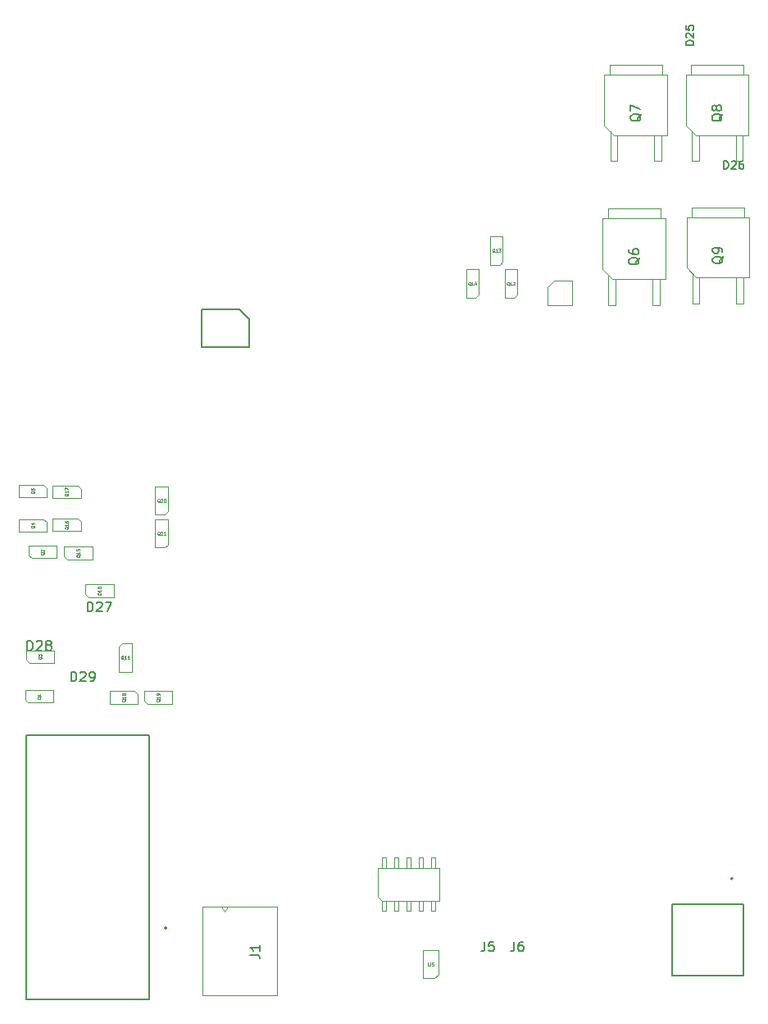
<source format=gbr>
G04 #@! TF.GenerationSoftware,KiCad,Pcbnew,(6.0.1)*
G04 #@! TF.CreationDate,2022-03-18T13:55:30+02:00*
G04 #@! TF.ProjectId,alphax_2ch,616c7068-6178-45f3-9263-682e6b696361,b*
G04 #@! TF.SameCoordinates,PX141f5e0PYa2cace0*
G04 #@! TF.FileFunction,AssemblyDrawing,Top*
%FSLAX46Y46*%
G04 Gerber Fmt 4.6, Leading zero omitted, Abs format (unit mm)*
G04 Created by KiCad (PCBNEW (6.0.1)) date 2022-03-18 13:55:30*
%MOMM*%
%LPD*%
G01*
G04 APERTURE LIST*
%ADD10C,0.150000*%
%ADD11C,0.050000*%
%ADD12C,0.060000*%
%ADD13C,0.170000*%
%ADD14C,0.100000*%
%ADD15C,0.127000*%
%ADD16C,0.200000*%
G04 APERTURE END LIST*
D10*
G04 #@! TO.C,J5*
X54166666Y6197620D02*
X54166666Y5483334D01*
X54119047Y5340477D01*
X54023809Y5245239D01*
X53880952Y5197620D01*
X53785714Y5197620D01*
X55119047Y6197620D02*
X54642857Y6197620D01*
X54595238Y5721429D01*
X54642857Y5769048D01*
X54738095Y5816667D01*
X54976190Y5816667D01*
X55071428Y5769048D01*
X55119047Y5721429D01*
X55166666Y5626191D01*
X55166666Y5388096D01*
X55119047Y5292858D01*
X55071428Y5245239D01*
X54976190Y5197620D01*
X54738095Y5197620D01*
X54642857Y5245239D01*
X54595238Y5292858D01*
D11*
G04 #@! TO.C,Q13*
X55217142Y77324762D02*
X55186666Y77340000D01*
X55156190Y77370477D01*
X55110476Y77416191D01*
X55080000Y77431429D01*
X55049523Y77431429D01*
X55064761Y77355239D02*
X55034285Y77370477D01*
X55003809Y77400953D01*
X54988571Y77461905D01*
X54988571Y77568572D01*
X55003809Y77629524D01*
X55034285Y77660000D01*
X55064761Y77675239D01*
X55125714Y77675239D01*
X55156190Y77660000D01*
X55186666Y77629524D01*
X55201904Y77568572D01*
X55201904Y77461905D01*
X55186666Y77400953D01*
X55156190Y77370477D01*
X55125714Y77355239D01*
X55064761Y77355239D01*
X55506666Y77355239D02*
X55323809Y77355239D01*
X55415238Y77355239D02*
X55415238Y77675239D01*
X55384761Y77629524D01*
X55354285Y77599048D01*
X55323809Y77583810D01*
X55613333Y77675239D02*
X55811428Y77675239D01*
X55704761Y77553334D01*
X55750476Y77553334D01*
X55780952Y77538096D01*
X55796190Y77522858D01*
X55811428Y77492381D01*
X55811428Y77416191D01*
X55796190Y77385715D01*
X55780952Y77370477D01*
X55750476Y77355239D01*
X55659047Y77355239D01*
X55628571Y77370477D01*
X55613333Y77385715D01*
G04 #@! TO.C,Q1*
X8325238Y31469524D02*
X8310000Y31439048D01*
X8279523Y31408572D01*
X8233809Y31362858D01*
X8218571Y31332381D01*
X8218571Y31301905D01*
X8294761Y31317143D02*
X8279523Y31286667D01*
X8249047Y31256191D01*
X8188095Y31240953D01*
X8081428Y31240953D01*
X8020476Y31256191D01*
X7990000Y31286667D01*
X7974761Y31317143D01*
X7974761Y31378096D01*
X7990000Y31408572D01*
X8020476Y31439048D01*
X8081428Y31454286D01*
X8188095Y31454286D01*
X8249047Y31439048D01*
X8279523Y31408572D01*
X8294761Y31378096D01*
X8294761Y31317143D01*
X8294761Y31759048D02*
X8294761Y31576191D01*
X8294761Y31667620D02*
X7974761Y31667620D01*
X8020476Y31637143D01*
X8050952Y31606667D01*
X8066190Y31576191D01*
D10*
G04 #@! TO.C,D28*
X6935714Y36247620D02*
X6935714Y37247620D01*
X7173809Y37247620D01*
X7316666Y37200000D01*
X7411904Y37104762D01*
X7459523Y37009524D01*
X7507142Y36819048D01*
X7507142Y36676191D01*
X7459523Y36485715D01*
X7411904Y36390477D01*
X7316666Y36295239D01*
X7173809Y36247620D01*
X6935714Y36247620D01*
X7888095Y37152381D02*
X7935714Y37200000D01*
X8030952Y37247620D01*
X8269047Y37247620D01*
X8364285Y37200000D01*
X8411904Y37152381D01*
X8459523Y37057143D01*
X8459523Y36961905D01*
X8411904Y36819048D01*
X7840476Y36247620D01*
X8459523Y36247620D01*
X9030952Y36819048D02*
X8935714Y36866667D01*
X8888095Y36914286D01*
X8840476Y37009524D01*
X8840476Y37057143D01*
X8888095Y37152381D01*
X8935714Y37200000D01*
X9030952Y37247620D01*
X9221428Y37247620D01*
X9316666Y37200000D01*
X9364285Y37152381D01*
X9411904Y37057143D01*
X9411904Y37009524D01*
X9364285Y36914286D01*
X9316666Y36866667D01*
X9221428Y36819048D01*
X9030952Y36819048D01*
X8935714Y36771429D01*
X8888095Y36723810D01*
X8840476Y36628572D01*
X8840476Y36438096D01*
X8888095Y36342858D01*
X8935714Y36295239D01*
X9030952Y36247620D01*
X9221428Y36247620D01*
X9316666Y36295239D01*
X9364285Y36342858D01*
X9411904Y36438096D01*
X9411904Y36628572D01*
X9364285Y36723810D01*
X9316666Y36771429D01*
X9221428Y36819048D01*
G04 #@! TO.C,J1*
X29952380Y4841667D02*
X30666666Y4841667D01*
X30809523Y4794048D01*
X30904761Y4698810D01*
X30952380Y4555953D01*
X30952380Y4460715D01*
X30952380Y5841667D02*
X30952380Y5270239D01*
X30952380Y5555953D02*
X29952380Y5555953D01*
X30095238Y5460715D01*
X30190476Y5365477D01*
X30238095Y5270239D01*
G04 #@! TO.C,Q8*
X78747619Y91604762D02*
X78700000Y91509524D01*
X78604761Y91414286D01*
X78461904Y91271429D01*
X78414285Y91176191D01*
X78414285Y91080953D01*
X78652380Y91128572D02*
X78604761Y91033334D01*
X78509523Y90938096D01*
X78319047Y90890477D01*
X77985714Y90890477D01*
X77795238Y90938096D01*
X77700000Y91033334D01*
X77652380Y91128572D01*
X77652380Y91319048D01*
X77700000Y91414286D01*
X77795238Y91509524D01*
X77985714Y91557143D01*
X78319047Y91557143D01*
X78509523Y91509524D01*
X78604761Y91414286D01*
X78652380Y91319048D01*
X78652380Y91128572D01*
X78080952Y92128572D02*
X78033333Y92033334D01*
X77985714Y91985715D01*
X77890476Y91938096D01*
X77842857Y91938096D01*
X77747619Y91985715D01*
X77700000Y92033334D01*
X77652380Y92128572D01*
X77652380Y92319048D01*
X77700000Y92414286D01*
X77747619Y92461905D01*
X77842857Y92509524D01*
X77890476Y92509524D01*
X77985714Y92461905D01*
X78033333Y92414286D01*
X78080952Y92319048D01*
X78080952Y92128572D01*
X78128571Y92033334D01*
X78176190Y91985715D01*
X78271428Y91938096D01*
X78461904Y91938096D01*
X78557142Y91985715D01*
X78604761Y92033334D01*
X78652380Y92128572D01*
X78652380Y92319048D01*
X78604761Y92414286D01*
X78557142Y92461905D01*
X78461904Y92509524D01*
X78271428Y92509524D01*
X78176190Y92461905D01*
X78128571Y92414286D01*
X78080952Y92319048D01*
D11*
G04 #@! TO.C,Q4*
X7675238Y49119524D02*
X7660000Y49089048D01*
X7629523Y49058572D01*
X7583809Y49012858D01*
X7568571Y48982381D01*
X7568571Y48951905D01*
X7644761Y48967143D02*
X7629523Y48936667D01*
X7599047Y48906191D01*
X7538095Y48890953D01*
X7431428Y48890953D01*
X7370476Y48906191D01*
X7340000Y48936667D01*
X7324761Y48967143D01*
X7324761Y49028096D01*
X7340000Y49058572D01*
X7370476Y49089048D01*
X7431428Y49104286D01*
X7538095Y49104286D01*
X7599047Y49089048D01*
X7629523Y49058572D01*
X7644761Y49028096D01*
X7644761Y48967143D01*
X7431428Y49378572D02*
X7644761Y49378572D01*
X7309523Y49302381D02*
X7538095Y49226191D01*
X7538095Y49424286D01*
G04 #@! TO.C,Q3*
X8425238Y35569524D02*
X8410000Y35539048D01*
X8379523Y35508572D01*
X8333809Y35462858D01*
X8318571Y35432381D01*
X8318571Y35401905D01*
X8394761Y35417143D02*
X8379523Y35386667D01*
X8349047Y35356191D01*
X8288095Y35340953D01*
X8181428Y35340953D01*
X8120476Y35356191D01*
X8090000Y35386667D01*
X8074761Y35417143D01*
X8074761Y35478096D01*
X8090000Y35508572D01*
X8120476Y35539048D01*
X8181428Y35554286D01*
X8288095Y35554286D01*
X8349047Y35539048D01*
X8379523Y35508572D01*
X8394761Y35478096D01*
X8394761Y35417143D01*
X8074761Y35660953D02*
X8074761Y35859048D01*
X8196666Y35752381D01*
X8196666Y35798096D01*
X8211904Y35828572D01*
X8227142Y35843810D01*
X8257619Y35859048D01*
X8333809Y35859048D01*
X8364285Y35843810D01*
X8379523Y35828572D01*
X8394761Y35798096D01*
X8394761Y35706667D01*
X8379523Y35676191D01*
X8364285Y35660953D01*
D12*
G04 #@! TO.C,U5*
X48295238Y4069048D02*
X48295238Y3745239D01*
X48314285Y3707143D01*
X48333333Y3688096D01*
X48371428Y3669048D01*
X48447619Y3669048D01*
X48485714Y3688096D01*
X48504761Y3707143D01*
X48523809Y3745239D01*
X48523809Y4069048D01*
X48904761Y4069048D02*
X48714285Y4069048D01*
X48695238Y3878572D01*
X48714285Y3897620D01*
X48752380Y3916667D01*
X48847619Y3916667D01*
X48885714Y3897620D01*
X48904761Y3878572D01*
X48923809Y3840477D01*
X48923809Y3745239D01*
X48904761Y3707143D01*
X48885714Y3688096D01*
X48847619Y3669048D01*
X48752380Y3669048D01*
X48714285Y3688096D01*
X48695238Y3707143D01*
D11*
G04 #@! TO.C,Q15*
X12375238Y46117143D02*
X12360000Y46086667D01*
X12329523Y46056191D01*
X12283809Y46010477D01*
X12268571Y45980000D01*
X12268571Y45949524D01*
X12344761Y45964762D02*
X12329523Y45934286D01*
X12299047Y45903810D01*
X12238095Y45888572D01*
X12131428Y45888572D01*
X12070476Y45903810D01*
X12040000Y45934286D01*
X12024761Y45964762D01*
X12024761Y46025715D01*
X12040000Y46056191D01*
X12070476Y46086667D01*
X12131428Y46101905D01*
X12238095Y46101905D01*
X12299047Y46086667D01*
X12329523Y46056191D01*
X12344761Y46025715D01*
X12344761Y45964762D01*
X12344761Y46406667D02*
X12344761Y46223810D01*
X12344761Y46315239D02*
X12024761Y46315239D01*
X12070476Y46284762D01*
X12100952Y46254286D01*
X12116190Y46223810D01*
X12024761Y46696191D02*
X12024761Y46543810D01*
X12177142Y46528572D01*
X12161904Y46543810D01*
X12146666Y46574286D01*
X12146666Y46650477D01*
X12161904Y46680953D01*
X12177142Y46696191D01*
X12207619Y46711429D01*
X12283809Y46711429D01*
X12314285Y46696191D01*
X12329523Y46680953D01*
X12344761Y46650477D01*
X12344761Y46574286D01*
X12329523Y46543810D01*
X12314285Y46528572D01*
G04 #@! TO.C,Q19*
X20627238Y31215143D02*
X20612000Y31184667D01*
X20581523Y31154191D01*
X20535809Y31108477D01*
X20520571Y31078000D01*
X20520571Y31047524D01*
X20596761Y31062762D02*
X20581523Y31032286D01*
X20551047Y31001810D01*
X20490095Y30986572D01*
X20383428Y30986572D01*
X20322476Y31001810D01*
X20292000Y31032286D01*
X20276761Y31062762D01*
X20276761Y31123715D01*
X20292000Y31154191D01*
X20322476Y31184667D01*
X20383428Y31199905D01*
X20490095Y31199905D01*
X20551047Y31184667D01*
X20581523Y31154191D01*
X20596761Y31123715D01*
X20596761Y31062762D01*
X20596761Y31504667D02*
X20596761Y31321810D01*
X20596761Y31413239D02*
X20276761Y31413239D01*
X20322476Y31382762D01*
X20352952Y31352286D01*
X20368190Y31321810D01*
X20596761Y31657048D02*
X20596761Y31718000D01*
X20581523Y31748477D01*
X20566285Y31763715D01*
X20520571Y31794191D01*
X20459619Y31809429D01*
X20337714Y31809429D01*
X20307238Y31794191D01*
X20292000Y31778953D01*
X20276761Y31748477D01*
X20276761Y31687524D01*
X20292000Y31657048D01*
X20307238Y31641810D01*
X20337714Y31626572D01*
X20413904Y31626572D01*
X20444380Y31641810D01*
X20459619Y31657048D01*
X20474857Y31687524D01*
X20474857Y31748477D01*
X20459619Y31778953D01*
X20444380Y31794191D01*
X20413904Y31809429D01*
G04 #@! TO.C,Q18*
X17071238Y31215143D02*
X17056000Y31184667D01*
X17025523Y31154191D01*
X16979809Y31108477D01*
X16964571Y31078000D01*
X16964571Y31047524D01*
X17040761Y31062762D02*
X17025523Y31032286D01*
X16995047Y31001810D01*
X16934095Y30986572D01*
X16827428Y30986572D01*
X16766476Y31001810D01*
X16736000Y31032286D01*
X16720761Y31062762D01*
X16720761Y31123715D01*
X16736000Y31154191D01*
X16766476Y31184667D01*
X16827428Y31199905D01*
X16934095Y31199905D01*
X16995047Y31184667D01*
X17025523Y31154191D01*
X17040761Y31123715D01*
X17040761Y31062762D01*
X17040761Y31504667D02*
X17040761Y31321810D01*
X17040761Y31413239D02*
X16720761Y31413239D01*
X16766476Y31382762D01*
X16796952Y31352286D01*
X16812190Y31321810D01*
X16857904Y31687524D02*
X16842666Y31657048D01*
X16827428Y31641810D01*
X16796952Y31626572D01*
X16781714Y31626572D01*
X16751238Y31641810D01*
X16736000Y31657048D01*
X16720761Y31687524D01*
X16720761Y31748477D01*
X16736000Y31778953D01*
X16751238Y31794191D01*
X16781714Y31809429D01*
X16796952Y31809429D01*
X16827428Y31794191D01*
X16842666Y31778953D01*
X16857904Y31748477D01*
X16857904Y31687524D01*
X16873142Y31657048D01*
X16888380Y31641810D01*
X16918857Y31626572D01*
X16979809Y31626572D01*
X17010285Y31641810D01*
X17025523Y31657048D01*
X17040761Y31687524D01*
X17040761Y31748477D01*
X17025523Y31778953D01*
X17010285Y31794191D01*
X16979809Y31809429D01*
X16918857Y31809429D01*
X16888380Y31794191D01*
X16873142Y31778953D01*
X16857904Y31748477D01*
D13*
G04 #@! TO.C,D26*
X78904285Y85929048D02*
X78904285Y86749048D01*
X79099523Y86749048D01*
X79216666Y86710000D01*
X79294761Y86631905D01*
X79333809Y86553810D01*
X79372857Y86397620D01*
X79372857Y86280477D01*
X79333809Y86124286D01*
X79294761Y86046191D01*
X79216666Y85968096D01*
X79099523Y85929048D01*
X78904285Y85929048D01*
X79685238Y86670953D02*
X79724285Y86710000D01*
X79802380Y86749048D01*
X79997619Y86749048D01*
X80075714Y86710000D01*
X80114761Y86670953D01*
X80153809Y86592858D01*
X80153809Y86514762D01*
X80114761Y86397620D01*
X79646190Y85929048D01*
X80153809Y85929048D01*
X80856666Y86749048D02*
X80700476Y86749048D01*
X80622380Y86710000D01*
X80583333Y86670953D01*
X80505238Y86553810D01*
X80466190Y86397620D01*
X80466190Y86085239D01*
X80505238Y86007143D01*
X80544285Y85968096D01*
X80622380Y85929048D01*
X80778571Y85929048D01*
X80856666Y85968096D01*
X80895714Y86007143D01*
X80934761Y86085239D01*
X80934761Y86280477D01*
X80895714Y86358572D01*
X80856666Y86397620D01*
X80778571Y86436667D01*
X80622380Y86436667D01*
X80544285Y86397620D01*
X80505238Y86358572D01*
X80466190Y86280477D01*
D10*
G04 #@! TO.C,J6*
X57216666Y6197620D02*
X57216666Y5483334D01*
X57169047Y5340477D01*
X57073809Y5245239D01*
X56930952Y5197620D01*
X56835714Y5197620D01*
X58121428Y6197620D02*
X57930952Y6197620D01*
X57835714Y6150000D01*
X57788095Y6102381D01*
X57692857Y5959524D01*
X57645238Y5769048D01*
X57645238Y5388096D01*
X57692857Y5292858D01*
X57740476Y5245239D01*
X57835714Y5197620D01*
X58026190Y5197620D01*
X58121428Y5245239D01*
X58169047Y5292858D01*
X58216666Y5388096D01*
X58216666Y5626191D01*
X58169047Y5721429D01*
X58121428Y5769048D01*
X58026190Y5816667D01*
X57835714Y5816667D01*
X57740476Y5769048D01*
X57692857Y5721429D01*
X57645238Y5626191D01*
D11*
G04 #@! TO.C,Q14*
X52717142Y73924762D02*
X52686666Y73940000D01*
X52656190Y73970477D01*
X52610476Y74016191D01*
X52580000Y74031429D01*
X52549523Y74031429D01*
X52564761Y73955239D02*
X52534285Y73970477D01*
X52503809Y74000953D01*
X52488571Y74061905D01*
X52488571Y74168572D01*
X52503809Y74229524D01*
X52534285Y74260000D01*
X52564761Y74275239D01*
X52625714Y74275239D01*
X52656190Y74260000D01*
X52686666Y74229524D01*
X52701904Y74168572D01*
X52701904Y74061905D01*
X52686666Y74000953D01*
X52656190Y73970477D01*
X52625714Y73955239D01*
X52564761Y73955239D01*
X53006666Y73955239D02*
X52823809Y73955239D01*
X52915238Y73955239D02*
X52915238Y74275239D01*
X52884761Y74229524D01*
X52854285Y74199048D01*
X52823809Y74183810D01*
X53280952Y74168572D02*
X53280952Y73955239D01*
X53204761Y74290477D02*
X53128571Y74061905D01*
X53326666Y74061905D01*
D10*
G04 #@! TO.C,D29*
X11435714Y33047620D02*
X11435714Y34047620D01*
X11673809Y34047620D01*
X11816666Y34000000D01*
X11911904Y33904762D01*
X11959523Y33809524D01*
X12007142Y33619048D01*
X12007142Y33476191D01*
X11959523Y33285715D01*
X11911904Y33190477D01*
X11816666Y33095239D01*
X11673809Y33047620D01*
X11435714Y33047620D01*
X12388095Y33952381D02*
X12435714Y34000000D01*
X12530952Y34047620D01*
X12769047Y34047620D01*
X12864285Y34000000D01*
X12911904Y33952381D01*
X12959523Y33857143D01*
X12959523Y33761905D01*
X12911904Y33619048D01*
X12340476Y33047620D01*
X12959523Y33047620D01*
X13435714Y33047620D02*
X13626190Y33047620D01*
X13721428Y33095239D01*
X13769047Y33142858D01*
X13864285Y33285715D01*
X13911904Y33476191D01*
X13911904Y33857143D01*
X13864285Y33952381D01*
X13816666Y34000000D01*
X13721428Y34047620D01*
X13530952Y34047620D01*
X13435714Y34000000D01*
X13388095Y33952381D01*
X13340476Y33857143D01*
X13340476Y33619048D01*
X13388095Y33523810D01*
X13435714Y33476191D01*
X13530952Y33428572D01*
X13721428Y33428572D01*
X13816666Y33476191D01*
X13864285Y33523810D01*
X13911904Y33619048D01*
D11*
G04 #@! TO.C,Q17*
X11175238Y52417143D02*
X11160000Y52386667D01*
X11129523Y52356191D01*
X11083809Y52310477D01*
X11068571Y52280000D01*
X11068571Y52249524D01*
X11144761Y52264762D02*
X11129523Y52234286D01*
X11099047Y52203810D01*
X11038095Y52188572D01*
X10931428Y52188572D01*
X10870476Y52203810D01*
X10840000Y52234286D01*
X10824761Y52264762D01*
X10824761Y52325715D01*
X10840000Y52356191D01*
X10870476Y52386667D01*
X10931428Y52401905D01*
X11038095Y52401905D01*
X11099047Y52386667D01*
X11129523Y52356191D01*
X11144761Y52325715D01*
X11144761Y52264762D01*
X11144761Y52706667D02*
X11144761Y52523810D01*
X11144761Y52615239D02*
X10824761Y52615239D01*
X10870476Y52584762D01*
X10900952Y52554286D01*
X10916190Y52523810D01*
X10824761Y52813334D02*
X10824761Y53026667D01*
X11144761Y52889524D01*
G04 #@! TO.C,Q20*
X20617142Y51524762D02*
X20586666Y51540000D01*
X20556190Y51570477D01*
X20510476Y51616191D01*
X20480000Y51631429D01*
X20449523Y51631429D01*
X20464761Y51555239D02*
X20434285Y51570477D01*
X20403809Y51600953D01*
X20388571Y51661905D01*
X20388571Y51768572D01*
X20403809Y51829524D01*
X20434285Y51860000D01*
X20464761Y51875239D01*
X20525714Y51875239D01*
X20556190Y51860000D01*
X20586666Y51829524D01*
X20601904Y51768572D01*
X20601904Y51661905D01*
X20586666Y51600953D01*
X20556190Y51570477D01*
X20525714Y51555239D01*
X20464761Y51555239D01*
X20723809Y51844762D02*
X20739047Y51860000D01*
X20769523Y51875239D01*
X20845714Y51875239D01*
X20876190Y51860000D01*
X20891428Y51844762D01*
X20906666Y51814286D01*
X20906666Y51783810D01*
X20891428Y51738096D01*
X20708571Y51555239D01*
X20906666Y51555239D01*
X21104761Y51875239D02*
X21135238Y51875239D01*
X21165714Y51860000D01*
X21180952Y51844762D01*
X21196190Y51814286D01*
X21211428Y51753334D01*
X21211428Y51677143D01*
X21196190Y51616191D01*
X21180952Y51585715D01*
X21165714Y51570477D01*
X21135238Y51555239D01*
X21104761Y51555239D01*
X21074285Y51570477D01*
X21059047Y51585715D01*
X21043809Y51616191D01*
X21028571Y51677143D01*
X21028571Y51753334D01*
X21043809Y51814286D01*
X21059047Y51844762D01*
X21074285Y51860000D01*
X21104761Y51875239D01*
G04 #@! TO.C,Q5*
X7675238Y52669524D02*
X7660000Y52639048D01*
X7629523Y52608572D01*
X7583809Y52562858D01*
X7568571Y52532381D01*
X7568571Y52501905D01*
X7644761Y52517143D02*
X7629523Y52486667D01*
X7599047Y52456191D01*
X7538095Y52440953D01*
X7431428Y52440953D01*
X7370476Y52456191D01*
X7340000Y52486667D01*
X7324761Y52517143D01*
X7324761Y52578096D01*
X7340000Y52608572D01*
X7370476Y52639048D01*
X7431428Y52654286D01*
X7538095Y52654286D01*
X7599047Y52639048D01*
X7629523Y52608572D01*
X7644761Y52578096D01*
X7644761Y52517143D01*
X7324761Y52943810D02*
X7324761Y52791429D01*
X7477142Y52776191D01*
X7461904Y52791429D01*
X7446666Y52821905D01*
X7446666Y52898096D01*
X7461904Y52928572D01*
X7477142Y52943810D01*
X7507619Y52959048D01*
X7583809Y52959048D01*
X7614285Y52943810D01*
X7629523Y52928572D01*
X7644761Y52898096D01*
X7644761Y52821905D01*
X7629523Y52791429D01*
X7614285Y52776191D01*
G04 #@! TO.C,Q12*
X56695142Y73924762D02*
X56664666Y73940000D01*
X56634190Y73970477D01*
X56588476Y74016191D01*
X56558000Y74031429D01*
X56527523Y74031429D01*
X56542761Y73955239D02*
X56512285Y73970477D01*
X56481809Y74000953D01*
X56466571Y74061905D01*
X56466571Y74168572D01*
X56481809Y74229524D01*
X56512285Y74260000D01*
X56542761Y74275239D01*
X56603714Y74275239D01*
X56634190Y74260000D01*
X56664666Y74229524D01*
X56679904Y74168572D01*
X56679904Y74061905D01*
X56664666Y74000953D01*
X56634190Y73970477D01*
X56603714Y73955239D01*
X56542761Y73955239D01*
X56984666Y73955239D02*
X56801809Y73955239D01*
X56893238Y73955239D02*
X56893238Y74275239D01*
X56862761Y74229524D01*
X56832285Y74199048D01*
X56801809Y74183810D01*
X57106571Y74244762D02*
X57121809Y74260000D01*
X57152285Y74275239D01*
X57228476Y74275239D01*
X57258952Y74260000D01*
X57274190Y74244762D01*
X57289428Y74214286D01*
X57289428Y74183810D01*
X57274190Y74138096D01*
X57091333Y73955239D01*
X57289428Y73955239D01*
G04 #@! TO.C,Q2*
X8675238Y46369524D02*
X8660000Y46339048D01*
X8629523Y46308572D01*
X8583809Y46262858D01*
X8568571Y46232381D01*
X8568571Y46201905D01*
X8644761Y46217143D02*
X8629523Y46186667D01*
X8599047Y46156191D01*
X8538095Y46140953D01*
X8431428Y46140953D01*
X8370476Y46156191D01*
X8340000Y46186667D01*
X8324761Y46217143D01*
X8324761Y46278096D01*
X8340000Y46308572D01*
X8370476Y46339048D01*
X8431428Y46354286D01*
X8538095Y46354286D01*
X8599047Y46339048D01*
X8629523Y46308572D01*
X8644761Y46278096D01*
X8644761Y46217143D01*
X8355238Y46476191D02*
X8340000Y46491429D01*
X8324761Y46521905D01*
X8324761Y46598096D01*
X8340000Y46628572D01*
X8355238Y46643810D01*
X8385714Y46659048D01*
X8416190Y46659048D01*
X8461904Y46643810D01*
X8644761Y46460953D01*
X8644761Y46659048D01*
G04 #@! TO.C,Q16*
X11175238Y49017143D02*
X11160000Y48986667D01*
X11129523Y48956191D01*
X11083809Y48910477D01*
X11068571Y48880000D01*
X11068571Y48849524D01*
X11144761Y48864762D02*
X11129523Y48834286D01*
X11099047Y48803810D01*
X11038095Y48788572D01*
X10931428Y48788572D01*
X10870476Y48803810D01*
X10840000Y48834286D01*
X10824761Y48864762D01*
X10824761Y48925715D01*
X10840000Y48956191D01*
X10870476Y48986667D01*
X10931428Y49001905D01*
X11038095Y49001905D01*
X11099047Y48986667D01*
X11129523Y48956191D01*
X11144761Y48925715D01*
X11144761Y48864762D01*
X11144761Y49306667D02*
X11144761Y49123810D01*
X11144761Y49215239D02*
X10824761Y49215239D01*
X10870476Y49184762D01*
X10900952Y49154286D01*
X10916190Y49123810D01*
X10824761Y49580953D02*
X10824761Y49520000D01*
X10840000Y49489524D01*
X10855238Y49474286D01*
X10900952Y49443810D01*
X10961904Y49428572D01*
X11083809Y49428572D01*
X11114285Y49443810D01*
X11129523Y49459048D01*
X11144761Y49489524D01*
X11144761Y49550477D01*
X11129523Y49580953D01*
X11114285Y49596191D01*
X11083809Y49611429D01*
X11007619Y49611429D01*
X10977142Y49596191D01*
X10961904Y49580953D01*
X10946666Y49550477D01*
X10946666Y49489524D01*
X10961904Y49459048D01*
X10977142Y49443810D01*
X11007619Y49428572D01*
D10*
G04 #@! TO.C,Q7*
X70347619Y91604762D02*
X70300000Y91509524D01*
X70204761Y91414286D01*
X70061904Y91271429D01*
X70014285Y91176191D01*
X70014285Y91080953D01*
X70252380Y91128572D02*
X70204761Y91033334D01*
X70109523Y90938096D01*
X69919047Y90890477D01*
X69585714Y90890477D01*
X69395238Y90938096D01*
X69300000Y91033334D01*
X69252380Y91128572D01*
X69252380Y91319048D01*
X69300000Y91414286D01*
X69395238Y91509524D01*
X69585714Y91557143D01*
X69919047Y91557143D01*
X70109523Y91509524D01*
X70204761Y91414286D01*
X70252380Y91319048D01*
X70252380Y91128572D01*
X69252380Y91890477D02*
X69252380Y92557143D01*
X70252380Y92128572D01*
G04 #@! TO.C,Q6*
X70172619Y76779762D02*
X70125000Y76684524D01*
X70029761Y76589286D01*
X69886904Y76446429D01*
X69839285Y76351191D01*
X69839285Y76255953D01*
X70077380Y76303572D02*
X70029761Y76208334D01*
X69934523Y76113096D01*
X69744047Y76065477D01*
X69410714Y76065477D01*
X69220238Y76113096D01*
X69125000Y76208334D01*
X69077380Y76303572D01*
X69077380Y76494048D01*
X69125000Y76589286D01*
X69220238Y76684524D01*
X69410714Y76732143D01*
X69744047Y76732143D01*
X69934523Y76684524D01*
X70029761Y76589286D01*
X70077380Y76494048D01*
X70077380Y76303572D01*
X69077380Y77589286D02*
X69077380Y77398810D01*
X69125000Y77303572D01*
X69172619Y77255953D01*
X69315476Y77160715D01*
X69505952Y77113096D01*
X69886904Y77113096D01*
X69982142Y77160715D01*
X70029761Y77208334D01*
X70077380Y77303572D01*
X70077380Y77494048D01*
X70029761Y77589286D01*
X69982142Y77636905D01*
X69886904Y77684524D01*
X69648809Y77684524D01*
X69553571Y77636905D01*
X69505952Y77589286D01*
X69458333Y77494048D01*
X69458333Y77303572D01*
X69505952Y77208334D01*
X69553571Y77160715D01*
X69648809Y77113096D01*
D11*
G04 #@! TO.C,Q21*
X20617142Y48124762D02*
X20586666Y48140000D01*
X20556190Y48170477D01*
X20510476Y48216191D01*
X20480000Y48231429D01*
X20449523Y48231429D01*
X20464761Y48155239D02*
X20434285Y48170477D01*
X20403809Y48200953D01*
X20388571Y48261905D01*
X20388571Y48368572D01*
X20403809Y48429524D01*
X20434285Y48460000D01*
X20464761Y48475239D01*
X20525714Y48475239D01*
X20556190Y48460000D01*
X20586666Y48429524D01*
X20601904Y48368572D01*
X20601904Y48261905D01*
X20586666Y48200953D01*
X20556190Y48170477D01*
X20525714Y48155239D01*
X20464761Y48155239D01*
X20723809Y48444762D02*
X20739047Y48460000D01*
X20769523Y48475239D01*
X20845714Y48475239D01*
X20876190Y48460000D01*
X20891428Y48444762D01*
X20906666Y48414286D01*
X20906666Y48383810D01*
X20891428Y48338096D01*
X20708571Y48155239D01*
X20906666Y48155239D01*
X21211428Y48155239D02*
X21028571Y48155239D01*
X21120000Y48155239D02*
X21120000Y48475239D01*
X21089523Y48429524D01*
X21059047Y48399048D01*
X21028571Y48383810D01*
D10*
G04 #@! TO.C,D27*
X13135714Y40247620D02*
X13135714Y41247620D01*
X13373809Y41247620D01*
X13516666Y41200000D01*
X13611904Y41104762D01*
X13659523Y41009524D01*
X13707142Y40819048D01*
X13707142Y40676191D01*
X13659523Y40485715D01*
X13611904Y40390477D01*
X13516666Y40295239D01*
X13373809Y40247620D01*
X13135714Y40247620D01*
X14088095Y41152381D02*
X14135714Y41200000D01*
X14230952Y41247620D01*
X14469047Y41247620D01*
X14564285Y41200000D01*
X14611904Y41152381D01*
X14659523Y41057143D01*
X14659523Y40961905D01*
X14611904Y40819048D01*
X14040476Y40247620D01*
X14659523Y40247620D01*
X14992857Y41247620D02*
X15659523Y41247620D01*
X15230952Y40247620D01*
D11*
G04 #@! TO.C,Q10*
X14575238Y42217143D02*
X14560000Y42186667D01*
X14529523Y42156191D01*
X14483809Y42110477D01*
X14468571Y42080000D01*
X14468571Y42049524D01*
X14544761Y42064762D02*
X14529523Y42034286D01*
X14499047Y42003810D01*
X14438095Y41988572D01*
X14331428Y41988572D01*
X14270476Y42003810D01*
X14240000Y42034286D01*
X14224761Y42064762D01*
X14224761Y42125715D01*
X14240000Y42156191D01*
X14270476Y42186667D01*
X14331428Y42201905D01*
X14438095Y42201905D01*
X14499047Y42186667D01*
X14529523Y42156191D01*
X14544761Y42125715D01*
X14544761Y42064762D01*
X14544761Y42506667D02*
X14544761Y42323810D01*
X14544761Y42415239D02*
X14224761Y42415239D01*
X14270476Y42384762D01*
X14300952Y42354286D01*
X14316190Y42323810D01*
X14224761Y42704762D02*
X14224761Y42735239D01*
X14240000Y42765715D01*
X14255238Y42780953D01*
X14285714Y42796191D01*
X14346666Y42811429D01*
X14422857Y42811429D01*
X14483809Y42796191D01*
X14514285Y42780953D01*
X14529523Y42765715D01*
X14544761Y42735239D01*
X14544761Y42704762D01*
X14529523Y42674286D01*
X14514285Y42659048D01*
X14483809Y42643810D01*
X14422857Y42628572D01*
X14346666Y42628572D01*
X14285714Y42643810D01*
X14255238Y42659048D01*
X14240000Y42674286D01*
X14224761Y42704762D01*
G04 #@! TO.C,Q11*
X16867142Y35324762D02*
X16836666Y35340000D01*
X16806190Y35370477D01*
X16760476Y35416191D01*
X16730000Y35431429D01*
X16699523Y35431429D01*
X16714761Y35355239D02*
X16684285Y35370477D01*
X16653809Y35400953D01*
X16638571Y35461905D01*
X16638571Y35568572D01*
X16653809Y35629524D01*
X16684285Y35660000D01*
X16714761Y35675239D01*
X16775714Y35675239D01*
X16806190Y35660000D01*
X16836666Y35629524D01*
X16851904Y35568572D01*
X16851904Y35461905D01*
X16836666Y35400953D01*
X16806190Y35370477D01*
X16775714Y35355239D01*
X16714761Y35355239D01*
X17156666Y35355239D02*
X16973809Y35355239D01*
X17065238Y35355239D02*
X17065238Y35675239D01*
X17034761Y35629524D01*
X17004285Y35599048D01*
X16973809Y35583810D01*
X17461428Y35355239D02*
X17278571Y35355239D01*
X17370000Y35355239D02*
X17370000Y35675239D01*
X17339523Y35629524D01*
X17309047Y35599048D01*
X17278571Y35583810D01*
D13*
G04 #@! TO.C,D25*
X75770952Y98704286D02*
X74950952Y98704286D01*
X74950952Y98899524D01*
X74990000Y99016667D01*
X75068095Y99094762D01*
X75146190Y99133810D01*
X75302380Y99172858D01*
X75419523Y99172858D01*
X75575714Y99133810D01*
X75653809Y99094762D01*
X75731904Y99016667D01*
X75770952Y98899524D01*
X75770952Y98704286D01*
X75029047Y99485239D02*
X74990000Y99524286D01*
X74950952Y99602381D01*
X74950952Y99797620D01*
X74990000Y99875715D01*
X75029047Y99914762D01*
X75107142Y99953810D01*
X75185238Y99953810D01*
X75302380Y99914762D01*
X75770952Y99446191D01*
X75770952Y99953810D01*
X74950952Y100695715D02*
X74950952Y100305239D01*
X75341428Y100266191D01*
X75302380Y100305239D01*
X75263333Y100383334D01*
X75263333Y100578572D01*
X75302380Y100656667D01*
X75341428Y100695715D01*
X75419523Y100734762D01*
X75614761Y100734762D01*
X75692857Y100695715D01*
X75731904Y100656667D01*
X75770952Y100578572D01*
X75770952Y100383334D01*
X75731904Y100305239D01*
X75692857Y100266191D01*
D10*
G04 #@! TO.C,Q9*
X78822619Y76904762D02*
X78775000Y76809524D01*
X78679761Y76714286D01*
X78536904Y76571429D01*
X78489285Y76476191D01*
X78489285Y76380953D01*
X78727380Y76428572D02*
X78679761Y76333334D01*
X78584523Y76238096D01*
X78394047Y76190477D01*
X78060714Y76190477D01*
X77870238Y76238096D01*
X77775000Y76333334D01*
X77727380Y76428572D01*
X77727380Y76619048D01*
X77775000Y76714286D01*
X77870238Y76809524D01*
X78060714Y76857143D01*
X78394047Y76857143D01*
X78584523Y76809524D01*
X78679761Y76714286D01*
X78727380Y76619048D01*
X78727380Y76428572D01*
X78727380Y77333334D02*
X78727380Y77523810D01*
X78679761Y77619048D01*
X78632142Y77666667D01*
X78489285Y77761905D01*
X78298809Y77809524D01*
X77917857Y77809524D01*
X77822619Y77761905D01*
X77775000Y77714286D01*
X77727380Y77619048D01*
X77727380Y77428572D01*
X77775000Y77333334D01*
X77822619Y77285715D01*
X77917857Y77238096D01*
X78155952Y77238096D01*
X78251190Y77285715D01*
X78298809Y77333334D01*
X78346428Y77428572D01*
X78346428Y77619048D01*
X78298809Y77714286D01*
X78251190Y77761905D01*
X78155952Y77809524D01*
D14*
G04 #@! TO.C,Q13*
X54750000Y76050000D02*
X54750000Y78950000D01*
X56050000Y76375000D02*
X55725000Y76050000D01*
X54750000Y78950000D02*
X56050000Y78950000D01*
X55725000Y76050000D02*
X54750000Y76050000D01*
X56050000Y78950000D02*
X56050000Y76375000D01*
G04 #@! TO.C,Q1*
X6700000Y31175000D02*
X6700000Y32150000D01*
X7025000Y30850000D02*
X6700000Y31175000D01*
X6700000Y32150000D02*
X9600000Y32150000D01*
X9600000Y30850000D02*
X7025000Y30850000D01*
X9600000Y32150000D02*
X9600000Y30850000D01*
G04 #@! TO.C,P2*
X60688000Y73735000D02*
X61323000Y74370000D01*
X60688000Y71830000D02*
X60688000Y73735000D01*
X61323000Y74370000D02*
X63228000Y74370000D01*
X63228000Y74370000D02*
X63228000Y71830000D01*
X63228000Y71830000D02*
X60688000Y71830000D01*
G04 #@! TO.C,J1*
X26950000Y9825000D02*
X27300000Y9325000D01*
X25050000Y9825000D02*
X32750000Y9825000D01*
X32750000Y625000D02*
X32750000Y9825000D01*
X25050000Y625000D02*
X32750000Y625000D01*
X25050000Y9825000D02*
X25050000Y625000D01*
X27300000Y9325000D02*
X27650000Y9825000D01*
G04 #@! TO.C,Q8*
X81450000Y95650000D02*
X81450000Y89430000D01*
X80900000Y96650000D02*
X80900000Y95650000D01*
X76295000Y86730000D02*
X76295000Y89430000D01*
X81450000Y89430000D02*
X75950000Y89430000D01*
X80855000Y86730000D02*
X80855000Y89430000D01*
X75545000Y89835000D02*
X75545000Y86730000D01*
X80105000Y89430000D02*
X80105000Y86730000D01*
X75500000Y96650000D02*
X80900000Y96650000D01*
X75545000Y86730000D02*
X76295000Y86730000D01*
X74950000Y90430000D02*
X74950000Y95650000D01*
X74950000Y95650000D02*
X81450000Y95650000D01*
X80105000Y86730000D02*
X80855000Y86730000D01*
X75950000Y89430000D02*
X74950000Y90430000D01*
X75500000Y95650000D02*
X75500000Y96650000D01*
G04 #@! TO.C,Q4*
X6050000Y49800000D02*
X8625000Y49800000D01*
X8950000Y48500000D02*
X6050000Y48500000D01*
X6050000Y48500000D02*
X6050000Y49800000D01*
X8625000Y49800000D02*
X8950000Y49475000D01*
X8950000Y49475000D02*
X8950000Y48500000D01*
G04 #@! TO.C,Q3*
X7125000Y34950000D02*
X6800000Y35275000D01*
X9700000Y36250000D02*
X9700000Y34950000D01*
X6800000Y36250000D02*
X9700000Y36250000D01*
X9700000Y34950000D02*
X7125000Y34950000D01*
X6800000Y35275000D02*
X6800000Y36250000D01*
G04 #@! TO.C,U5*
X47800000Y5300000D02*
X49400000Y5300000D01*
X47800000Y2400000D02*
X47800000Y5300000D01*
X49000000Y2400000D02*
X47800000Y2400000D01*
X49400000Y2800000D02*
X49000000Y2400000D01*
X49400000Y5300000D02*
X49400000Y2800000D01*
G04 #@! TO.C,Q15*
X10750000Y46950000D02*
X13650000Y46950000D01*
X10750000Y45975000D02*
X10750000Y46950000D01*
X13650000Y46950000D02*
X13650000Y45650000D01*
X13650000Y45650000D02*
X11075000Y45650000D01*
X11075000Y45650000D02*
X10750000Y45975000D01*
G04 #@! TO.C,Q19*
X21902000Y30748000D02*
X19327000Y30748000D01*
X19002000Y32048000D02*
X21902000Y32048000D01*
X21902000Y32048000D02*
X21902000Y30748000D01*
X19002000Y31073000D02*
X19002000Y32048000D01*
X19327000Y30748000D02*
X19002000Y31073000D01*
G04 #@! TO.C,Q18*
X18021000Y32048000D02*
X18346000Y31723000D01*
X15446000Y32048000D02*
X18021000Y32048000D01*
X18346000Y31723000D02*
X18346000Y30748000D01*
X18346000Y30748000D02*
X15446000Y30748000D01*
X15446000Y30748000D02*
X15446000Y32048000D01*
G04 #@! TO.C,Q14*
X52250000Y75550000D02*
X53550000Y75550000D01*
X53550000Y72975000D02*
X53225000Y72650000D01*
X52250000Y72650000D02*
X52250000Y75550000D01*
X53550000Y75550000D02*
X53550000Y72975000D01*
X53225000Y72650000D02*
X52250000Y72650000D01*
D10*
G04 #@! TO.C,U1*
X24964000Y71450000D02*
X28864000Y71450000D01*
X29864000Y70450000D02*
X29864000Y67550000D01*
X28864000Y71450000D02*
X29864000Y70450000D01*
X24964000Y67550000D02*
X24964000Y71450000D01*
X29864000Y67550000D02*
X24964000Y67550000D01*
D14*
G04 #@! TO.C,Q17*
X9550000Y51950000D02*
X9550000Y53250000D01*
X12450000Y52925000D02*
X12450000Y51950000D01*
X12450000Y51950000D02*
X9550000Y51950000D01*
X12125000Y53250000D02*
X12450000Y52925000D01*
X9550000Y53250000D02*
X12125000Y53250000D01*
G04 #@! TO.C,Q20*
X21125000Y50250000D02*
X20150000Y50250000D01*
X20150000Y50250000D02*
X20150000Y53150000D01*
X21450000Y53150000D02*
X21450000Y50575000D01*
X21450000Y50575000D02*
X21125000Y50250000D01*
X20150000Y53150000D02*
X21450000Y53150000D01*
G04 #@! TO.C,Q5*
X8950000Y52050000D02*
X6050000Y52050000D01*
X6050000Y52050000D02*
X6050000Y53350000D01*
X6050000Y53350000D02*
X8625000Y53350000D01*
X8625000Y53350000D02*
X8950000Y53025000D01*
X8950000Y53025000D02*
X8950000Y52050000D01*
G04 #@! TO.C,Q12*
X57528000Y72975000D02*
X57203000Y72650000D01*
X56228000Y72650000D02*
X56228000Y75550000D01*
X57528000Y75550000D02*
X57528000Y72975000D01*
X56228000Y75550000D02*
X57528000Y75550000D01*
X57203000Y72650000D02*
X56228000Y72650000D01*
G04 #@! TO.C,Q2*
X9950000Y45750000D02*
X7375000Y45750000D01*
X7375000Y45750000D02*
X7050000Y46075000D01*
X7050000Y46075000D02*
X7050000Y47050000D01*
X7050000Y47050000D02*
X9950000Y47050000D01*
X9950000Y47050000D02*
X9950000Y45750000D01*
D15*
G04 #@! TO.C,U3*
X80882500Y10082500D02*
X73517500Y10082500D01*
X80882500Y2717500D02*
X73517500Y2717500D01*
X80882500Y10082500D02*
X80882500Y2717500D01*
X73517500Y10082500D02*
X73517500Y2717500D01*
D16*
X79795000Y12700000D02*
G75*
G03*
X79795000Y12700000I-100000J0D01*
G01*
D14*
G04 #@! TO.C,Q16*
X12125000Y49850000D02*
X12450000Y49525000D01*
X12450000Y48550000D02*
X9550000Y48550000D01*
X12450000Y49525000D02*
X12450000Y48550000D01*
X9550000Y48550000D02*
X9550000Y49850000D01*
X9550000Y49850000D02*
X12125000Y49850000D01*
D15*
G04 #@! TO.C,U4*
X6850000Y275000D02*
X6850000Y27525000D01*
X19550000Y275000D02*
X6850000Y275000D01*
X19550000Y27525000D02*
X19550000Y275000D01*
X6850000Y27525000D02*
X19550000Y27525000D01*
D16*
X21300000Y7600000D02*
G75*
G03*
X21300000Y7600000I-100000J0D01*
G01*
D14*
G04 #@! TO.C,Q7*
X72455000Y86730000D02*
X72455000Y89430000D01*
X67100000Y96650000D02*
X72500000Y96650000D01*
X71705000Y89430000D02*
X71705000Y86730000D01*
X67145000Y86730000D02*
X67895000Y86730000D01*
X67550000Y89430000D02*
X66550000Y90430000D01*
X67895000Y86730000D02*
X67895000Y89430000D01*
X67145000Y89835000D02*
X67145000Y86730000D01*
X73050000Y95650000D02*
X73050000Y89430000D01*
X71705000Y86730000D02*
X72455000Y86730000D01*
X67100000Y95650000D02*
X67100000Y96650000D01*
X66550000Y95650000D02*
X73050000Y95650000D01*
X72500000Y96650000D02*
X72500000Y95650000D01*
X73050000Y89430000D02*
X67550000Y89430000D01*
X66550000Y90430000D02*
X66550000Y95650000D01*
G04 #@! TO.C,Q6*
X66925000Y80825000D02*
X66925000Y81825000D01*
X66970000Y75010000D02*
X66970000Y71905000D01*
X67720000Y71905000D02*
X67720000Y74605000D01*
X66925000Y81825000D02*
X72325000Y81825000D01*
X66970000Y71905000D02*
X67720000Y71905000D01*
X66375000Y75605000D02*
X66375000Y80825000D01*
X72875000Y74605000D02*
X67375000Y74605000D01*
X66375000Y80825000D02*
X72875000Y80825000D01*
X72875000Y80825000D02*
X72875000Y74605000D01*
X67375000Y74605000D02*
X66375000Y75605000D01*
X72280000Y71905000D02*
X72280000Y74605000D01*
X71530000Y71905000D02*
X72280000Y71905000D01*
X71530000Y74605000D02*
X71530000Y71905000D01*
X72325000Y81825000D02*
X72325000Y80825000D01*
G04 #@! TO.C,Q21*
X20150000Y46850000D02*
X20150000Y49750000D01*
X20150000Y49750000D02*
X21450000Y49750000D01*
X21125000Y46850000D02*
X20150000Y46850000D01*
X21450000Y49750000D02*
X21450000Y47175000D01*
X21450000Y47175000D02*
X21125000Y46850000D01*
G04 #@! TO.C,Q10*
X12950000Y42075000D02*
X12950000Y43050000D01*
X15850000Y43050000D02*
X15850000Y41750000D01*
X12950000Y43050000D02*
X15850000Y43050000D01*
X15850000Y41750000D02*
X13275000Y41750000D01*
X13275000Y41750000D02*
X12950000Y42075000D01*
G04 #@! TO.C,Q11*
X17700000Y36950000D02*
X17700000Y34050000D01*
X16400000Y34050000D02*
X16400000Y36625000D01*
X17700000Y34050000D02*
X16400000Y34050000D01*
X16725000Y36950000D02*
X17700000Y36950000D01*
X16400000Y36625000D02*
X16725000Y36950000D01*
G04 #@! TO.C,Q9*
X81525000Y80950000D02*
X81525000Y74730000D01*
X75025000Y75730000D02*
X75025000Y80950000D01*
X75575000Y80950000D02*
X75575000Y81950000D01*
X75620000Y72030000D02*
X76370000Y72030000D01*
X80180000Y72030000D02*
X80930000Y72030000D01*
X75620000Y75135000D02*
X75620000Y72030000D01*
X76370000Y72030000D02*
X76370000Y74730000D01*
X75575000Y81950000D02*
X80975000Y81950000D01*
X75025000Y80950000D02*
X81525000Y80950000D01*
X80975000Y81950000D02*
X80975000Y80950000D01*
X76025000Y74730000D02*
X75025000Y75730000D01*
X81525000Y74730000D02*
X76025000Y74730000D01*
X80930000Y72030000D02*
X80930000Y74730000D01*
X80180000Y74730000D02*
X80180000Y72030000D01*
G04 #@! TO.C,J2*
X43558607Y10395000D02*
X43123607Y10830000D01*
X43558607Y9350000D02*
X43958607Y9350000D01*
X49473607Y10395000D02*
X43558607Y10395000D01*
X47368607Y9350000D02*
X47768607Y9350000D01*
X47368607Y10395000D02*
X47368607Y9350000D01*
X43123607Y13805000D02*
X49473607Y13805000D01*
X47768607Y9350000D02*
X47768607Y10395000D01*
X48638607Y9350000D02*
X49038607Y9350000D01*
X43958607Y14850000D02*
X43958607Y13805000D01*
X44828607Y10395000D02*
X44828607Y9350000D01*
X46098607Y13805000D02*
X46098607Y14850000D01*
X43558607Y14850000D02*
X43958607Y14850000D01*
X43558607Y10395000D02*
X43558607Y9350000D01*
X48638607Y14850000D02*
X49038607Y14850000D01*
X45228607Y9350000D02*
X45228607Y10395000D01*
X44828607Y13805000D02*
X44828607Y14850000D01*
X48638607Y10395000D02*
X48638607Y9350000D01*
X49038607Y9350000D02*
X49038607Y10395000D01*
X49473607Y13805000D02*
X49473607Y10395000D01*
X46498607Y9350000D02*
X46498607Y10395000D01*
X43123607Y10830000D02*
X43123607Y13805000D01*
X43558607Y13805000D02*
X43558607Y14850000D01*
X45228607Y14850000D02*
X45228607Y13805000D01*
X46098607Y10395000D02*
X46098607Y9350000D01*
X43958607Y9350000D02*
X43958607Y10395000D01*
X44828607Y14850000D02*
X45228607Y14850000D01*
X47368607Y13805000D02*
X47368607Y14850000D01*
X46098607Y9350000D02*
X46498607Y9350000D01*
X47768607Y14850000D02*
X47768607Y13805000D01*
X48638607Y13805000D02*
X48638607Y14850000D01*
X49038607Y14850000D02*
X49038607Y13805000D01*
X46098607Y14850000D02*
X46498607Y14850000D01*
X47368607Y14850000D02*
X47768607Y14850000D01*
X46498607Y14850000D02*
X46498607Y13805000D01*
X44828607Y9350000D02*
X45228607Y9350000D01*
G04 #@! TD*
M02*

</source>
